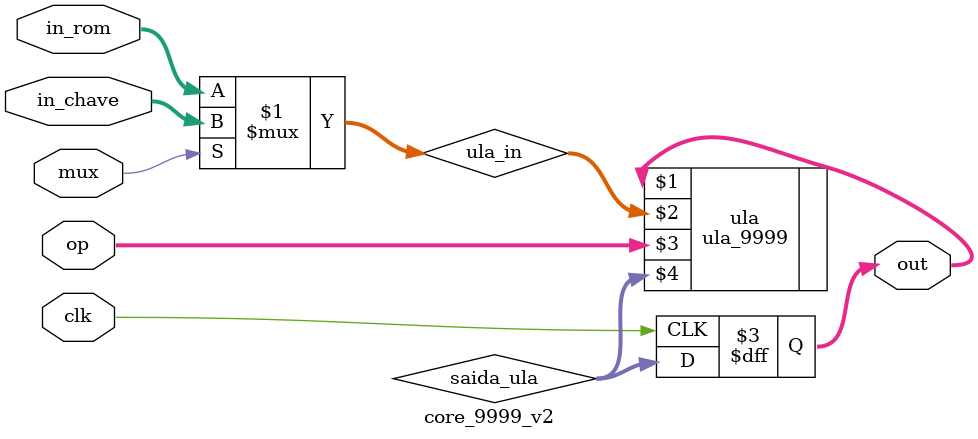
<source format=v>
module core_9999_v2(
	input signed [14:0] in_rom,
	input signed [14:0] in_chave,
	input mux,
	input [1:0] op,
	input clk,
	output reg signed[14:0] out
);

wire signed [14:0] saida_ula;

wire signed [14:0] ula_in;

assign ula_in = mux ? in_chave : in_rom;

ula_9999 ula(out, ula_in, op, saida_ula);

always @ (posedge clk) out <= saida_ula;


endmodule

</source>
